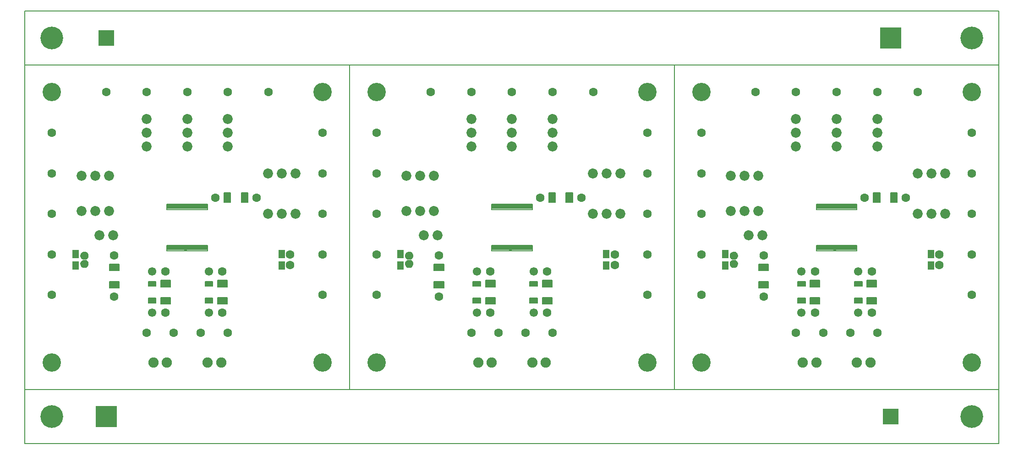
<source format=gbr>
G04 CAM350 V9.5.1 (Build 211) Date:  Fri Sep 21 11:09:19 2018 *
G04 Database: E:\9ÔÂ\9.21\PB18689\PB18689.cam *
G04 Layer 1: GTS *
%FSLAX33Y33*%
%MOMM*%
%SFA1.000B1.000*%

%MIA0B0*%
%IPPOS*%
%ADD11C,0.20000*%
%ADD14C,1.40000*%
%ADD23C,1.60000*%
%ADD24C,1.90000*%
%ADD25C,3.40000*%
%ADD26C,1.55000*%
%ADD27C,1.85000*%
%ADD28R,1.30000X1.50000*%
%ADD29R,0.55000X1.20000*%
%ADD30C,4.20000*%
%ADD32R,3.00000X3.00000*%
%ADD34R,4.00000X4.00000*%
%ADD37R,4.00000X4.00000*%
%ADD40R,3.00000X3.00000*%
%LNGTS*%
%LPD*%
G54D23*
X47900Y80400D03*
X30400Y65400D03*
X47900Y35900D03*
X52900D03*
X62900Y80400D03*
X80400Y65400D03*
X62900Y35900D03*
X57900D03*
X51400Y47210D03*
Y39590D03*
X61900Y47210D03*
Y39590D03*
X41900Y50210D03*
Y42590D03*
X74400Y50400D03*
Y48400D03*
X68210Y60900D03*
X60590D03*
X80400Y72900D03*
X70400Y80400D03*
X30400Y57900D03*
X80400D03*
X55400Y80400D03*
X30400Y50400D03*
X80400D03*
X40400Y80400D03*
X30400Y72900D03*
Y42900D03*
X80400D03*
X51400Y47210D03*
Y39590D03*
X61900Y47210D03*
Y39590D03*
X41900Y50210D03*
Y42590D03*
X68210Y60900D03*
X60590D03*
G54D14*
X36400Y50150D03*
Y48650D03*
Y50150D03*
Y48650D03*
G54D24*
X59150Y30400D03*
X61650D03*
X49150D03*
X51650D03*
G54D25*
X30400D03*
Y80400D03*
X80400D03*
Y30400D03*
G54D26*
X48900Y39590D03*
Y47210D03*
X59400Y39590D03*
Y47210D03*
X48900Y39590D03*
Y47210D03*
X59400Y39590D03*
Y47210D03*
G54D27*
X39130Y53900D03*
X41670D03*
X47900Y75440D03*
Y72900D03*
Y70360D03*
X35860Y64900D03*
X38400D03*
X40940D03*
X62900Y75440D03*
Y72900D03*
Y70360D03*
X75440Y65400D03*
X72900D03*
X70360D03*
X35860Y58400D03*
X38400D03*
X40940D03*
X75440Y57900D03*
X72900D03*
X70360D03*
X55400Y75440D03*
Y72900D03*
Y70360D03*
G54D28*
X34800Y50450D03*
Y48350D03*
X72850Y50450D03*
Y48350D03*
G54D29*
X55075Y51590D03*
G54D23*
X107900Y80400D03*
X90400Y65400D03*
X107900Y35900D03*
X112900D03*
X122900Y80400D03*
X140400Y65400D03*
X122900Y35900D03*
X117900D03*
X111400Y47210D03*
Y39590D03*
X121900Y47210D03*
Y39590D03*
X101900Y50210D03*
Y42590D03*
X134400Y50400D03*
Y48400D03*
X128210Y60900D03*
X120590D03*
X140400Y72900D03*
X130400Y80400D03*
X90400Y57900D03*
X140400D03*
X115400Y80400D03*
X90400Y50400D03*
X140400D03*
X100400Y80400D03*
X90400Y72900D03*
Y42900D03*
X140400D03*
X111400Y47210D03*
Y39590D03*
X121900Y47210D03*
Y39590D03*
X101900Y50210D03*
Y42590D03*
X128210Y60900D03*
X120590D03*
G54D14*
X96400Y50150D03*
Y48650D03*
Y50150D03*
Y48650D03*
G54D24*
X119150Y30400D03*
X121650D03*
X109150D03*
X111650D03*
G54D25*
X90400D03*
Y80400D03*
X140400D03*
Y30400D03*
G54D26*
X108900Y39590D03*
Y47210D03*
X119400Y39590D03*
Y47210D03*
X108900Y39590D03*
Y47210D03*
X119400Y39590D03*
Y47210D03*
G54D27*
X99130Y53900D03*
X101670D03*
X107900Y75440D03*
Y72900D03*
Y70360D03*
X95860Y64900D03*
X98400D03*
X100940D03*
X122900Y75440D03*
Y72900D03*
Y70360D03*
X135440Y65400D03*
X132900D03*
X130360D03*
X95860Y58400D03*
X98400D03*
X100940D03*
X135440Y57900D03*
X132900D03*
X130360D03*
X115400Y75440D03*
Y72900D03*
Y70360D03*
G54D28*
X94800Y50450D03*
Y48350D03*
X132850Y50450D03*
Y48350D03*
G54D29*
X115075Y51590D03*
G54D23*
X167900Y80400D03*
X150400Y65400D03*
X167900Y35900D03*
X172900D03*
X182900Y80400D03*
X200400Y65400D03*
X182900Y35900D03*
X177900D03*
X171400Y47210D03*
Y39590D03*
X181900Y47210D03*
Y39590D03*
X161900Y50210D03*
Y42590D03*
X194400Y50400D03*
Y48400D03*
X188210Y60900D03*
X180590D03*
X200400Y72900D03*
X190400Y80400D03*
X150400Y57900D03*
X200400D03*
X175400Y80400D03*
X150400Y50400D03*
X200400D03*
X160400Y80400D03*
X150400Y72900D03*
Y42900D03*
X200400D03*
X171400Y47210D03*
Y39590D03*
X181900Y47210D03*
Y39590D03*
X161900Y50210D03*
Y42590D03*
X188210Y60900D03*
X180590D03*
G54D14*
X156400Y50150D03*
Y48650D03*
Y50150D03*
Y48650D03*
G54D24*
X179150Y30400D03*
X181650D03*
X169150D03*
X171650D03*
G54D25*
X150400D03*
Y80400D03*
X200400D03*
Y30400D03*
G54D26*
X168900Y39590D03*
Y47210D03*
X179400Y39590D03*
Y47210D03*
X168900Y39590D03*
Y47210D03*
X179400Y39590D03*
Y47210D03*
G54D27*
X159130Y53900D03*
X161670D03*
X167900Y75440D03*
Y72900D03*
Y70360D03*
X155860Y64900D03*
X158400D03*
X160940D03*
X182900Y75440D03*
Y72900D03*
Y70360D03*
X195440Y65400D03*
X192900D03*
X190360D03*
X155860Y58400D03*
X158400D03*
X160940D03*
X195440Y57900D03*
X192900D03*
X190360D03*
X175400Y75440D03*
Y72900D03*
Y70360D03*
G54D28*
X154800Y50450D03*
Y48350D03*
X192850Y50450D03*
Y48350D03*
G54D29*
X175075Y51590D03*
G54D34*
X40400Y20400D03*
G54D30*
X30400D03*
G54D32*
X185400D03*
G54D30*
X200400D03*
G54D37*
X185400Y90400D03*
G54D30*
X200400D03*
G54D40*
X40400D03*
G54D30*
X30400D03*
G54D11*
X52300Y44400D02*
G01Y45600D01*
X50500*
Y44400*
X52300*
X50500D02*
G01Y45600D01*
X50600Y44400D02*
G01Y45600D01*
X50700Y44400D02*
G01Y45600D01*
X50800Y44400D02*
G01Y45600D01*
X50900Y44400D02*
G01Y45600D01*
X51000Y44400D02*
G01Y45600D01*
X51100Y44400D02*
G01Y45600D01*
X51200Y44400D02*
G01Y45600D01*
X51300Y44400D02*
G01Y45600D01*
X51400Y44400D02*
G01Y45600D01*
X51500Y44400D02*
G01Y45600D01*
X51600Y44400D02*
G01Y45600D01*
X51700Y44400D02*
G01Y45600D01*
X51800Y44400D02*
G01Y45600D01*
X51900Y44400D02*
G01Y45600D01*
X52000Y44400D02*
G01Y45600D01*
X52100Y44400D02*
G01Y45600D01*
X52200Y44400D02*
G01Y45600D01*
X52300Y41200D02*
G01Y42400D01*
X50500*
Y41200*
X52300*
X50500D02*
G01Y42400D01*
X50600Y41200D02*
G01Y42400D01*
X50700Y41200D02*
G01Y42400D01*
X50800Y41200D02*
G01Y42400D01*
X50900Y41200D02*
G01Y42400D01*
X51000Y41200D02*
G01Y42400D01*
X51100Y41200D02*
G01Y42400D01*
X51200Y41200D02*
G01Y42400D01*
X51300Y41200D02*
G01Y42400D01*
X51400Y41200D02*
G01Y42400D01*
X51500Y41200D02*
G01Y42400D01*
X51600Y41200D02*
G01Y42400D01*
X51700Y41200D02*
G01Y42400D01*
X51800Y41200D02*
G01Y42400D01*
X51900Y41200D02*
G01Y42400D01*
X52000Y41200D02*
G01Y42400D01*
X52100Y41200D02*
G01Y42400D01*
X52200Y41200D02*
G01Y42400D01*
X62800Y44400D02*
G01Y45600D01*
X61000*
Y44400*
X62800*
X61000D02*
G01Y45600D01*
X61100Y44400D02*
G01Y45600D01*
X61200Y44400D02*
G01Y45600D01*
X61300Y44400D02*
G01Y45600D01*
X61400Y44400D02*
G01Y45600D01*
X61500Y44400D02*
G01Y45600D01*
X61600Y44400D02*
G01Y45600D01*
X61700Y44400D02*
G01Y45600D01*
X61800Y44400D02*
G01Y45600D01*
X61900Y44400D02*
G01Y45600D01*
X62000Y44400D02*
G01Y45600D01*
X62100Y44400D02*
G01Y45600D01*
X62200Y44400D02*
G01Y45600D01*
X62300Y44400D02*
G01Y45600D01*
X62400Y44400D02*
G01Y45600D01*
X62500Y44400D02*
G01Y45600D01*
X62600Y44400D02*
G01Y45600D01*
X62700Y44400D02*
G01Y45600D01*
X62800Y41200D02*
G01Y42400D01*
X61000*
Y41200*
X62800*
X61000D02*
G01Y42400D01*
X61100Y41200D02*
G01Y42400D01*
X61200Y41200D02*
G01Y42400D01*
X61300Y41200D02*
G01Y42400D01*
X61400Y41200D02*
G01Y42400D01*
X61500Y41200D02*
G01Y42400D01*
X61600Y41200D02*
G01Y42400D01*
X61700Y41200D02*
G01Y42400D01*
X61800Y41200D02*
G01Y42400D01*
X61900Y41200D02*
G01Y42400D01*
X62000Y41200D02*
G01Y42400D01*
X62100Y41200D02*
G01Y42400D01*
X62200Y41200D02*
G01Y42400D01*
X62300Y41200D02*
G01Y42400D01*
X62400Y41200D02*
G01Y42400D01*
X62500Y41200D02*
G01Y42400D01*
X62600Y41200D02*
G01Y42400D01*
X62700Y41200D02*
G01Y42400D01*
X36709Y49550D02*
G01X36786Y49596D01*
X36856Y49652*
Y49652D02*
G01X36918Y49717D01*
Y49717D02*
G01X36971Y49790D01*
Y49790D02*
G01X37014Y49869D01*
Y49869D02*
G01X37046Y49953D01*
Y49953D02*
G01X37066Y50041D01*
Y50041D02*
G01X37075Y50131D01*
X37071Y50220*
Y50220D02*
G01X37056Y50309D01*
Y50309D02*
G01X37029Y50395D01*
X36991Y50476*
Y50476D02*
G01X36942Y50552D01*
Y50552D02*
G01X36884Y50621D01*
X36817Y50681*
Y50681D02*
G01X36743Y50732D01*
X36662Y50772*
Y50772D02*
G01X36577Y50802D01*
Y50802D02*
G01X36489Y50819D01*
Y50819D02*
G01X36400Y50825D01*
Y50825D02*
G01X36310Y50819D01*
Y50819D02*
G01X36222Y50802D01*
X36137Y50772*
Y50772D02*
G01X36056Y50732D01*
Y50732D02*
G01X35982Y50681D01*
X35915Y50621*
Y50621D02*
G01X35857Y50552D01*
Y50552D02*
G01X35808Y50476D01*
Y50476D02*
G01X35770Y50395D01*
Y50395D02*
G01X35743Y50309D01*
Y50309D02*
G01X35728Y50220D01*
Y50220D02*
G01X35724Y50131D01*
Y50131D02*
G01X35733Y50041D01*
X35753Y49953*
Y49953D02*
G01X35785Y49869D01*
Y49869D02*
G01X35828Y49790D01*
Y49790D02*
G01X35881Y49717D01*
Y49717D02*
G01X35943Y49652D01*
Y49652D02*
G01X36013Y49596D01*
Y49596D02*
G01X36090Y49550D01*
Y49550D02*
G01X36709D01*
X35800Y49843D02*
G01Y50458D01*
X35900Y49698D02*
G01Y50602D01*
X36000Y49607D02*
G01Y50693D01*
X36100Y49550D02*
G01Y50753D01*
X36200Y49550D02*
G01Y50794D01*
X36300Y49550D02*
G01Y50817D01*
X36400Y49550D02*
G01Y50825D01*
X36500Y49550D02*
G01Y50817D01*
X36600Y49550D02*
G01Y50794D01*
X36700Y49550D02*
G01Y50753D01*
X36800Y49607D02*
G01Y50693D01*
X36900Y49698D02*
G01Y50602D01*
X37000Y49843D02*
G01Y50458D01*
X36400Y47974D02*
G01X36489Y47980D01*
Y47980D02*
G01X36577Y47998D01*
Y47998D02*
G01X36662Y48027D01*
Y48027D02*
G01X36743Y48067D01*
Y48067D02*
G01X36817Y48118D01*
Y48118D02*
G01X36884Y48178D01*
Y48178D02*
G01X36942Y48247D01*
Y48247D02*
G01X36991Y48323D01*
X37029Y48404*
Y48404D02*
G01X37056Y48490D01*
X37071Y48579*
Y48579D02*
G01X37075Y48669D01*
X37066Y48758*
Y48758D02*
G01X37046Y48846D01*
X37014Y48930*
X36971Y49009*
Y49009D02*
G01X36918Y49082D01*
Y49082D02*
G01X36856Y49147D01*
Y49147D02*
G01X36786Y49203D01*
Y49203D02*
G01X36709Y49250D01*
X36090*
Y49250D02*
G01X36013Y49203D01*
Y49203D02*
G01X35943Y49147D01*
X35881Y49082*
X35828Y49009*
X35785Y48930*
Y48930D02*
G01X35753Y48846D01*
Y48846D02*
G01X35733Y48758D01*
Y48758D02*
G01X35724Y48669D01*
Y48669D02*
G01X35728Y48579D01*
X35743Y48490*
Y48490D02*
G01X35770Y48404D01*
Y48404D02*
G01X35808Y48323D01*
Y48323D02*
G01X35857Y48247D01*
X35915Y48178*
Y48178D02*
G01X35982Y48118D01*
Y48118D02*
G01X36056Y48067D01*
Y48067D02*
G01X36137Y48027D01*
X36222Y47998*
X36310Y47980*
X36400Y47974*
X35800Y48341D02*
G01Y48956D01*
X35900Y48197D02*
G01Y49101D01*
X36000Y48106D02*
G01Y49192D01*
X36100Y48046D02*
G01Y49250D01*
X36200Y48005D02*
G01Y49250D01*
X36300Y47982D02*
G01Y49250D01*
X36400Y47974D02*
G01Y49250D01*
X36500Y47982D02*
G01Y49250D01*
X36600Y48005D02*
G01Y49250D01*
X36700Y48046D02*
G01Y49250D01*
X36800Y48106D02*
G01Y49192D01*
X36900Y48197D02*
G01Y49101D01*
X37000Y48341D02*
G01Y48956D01*
X42800Y47400D02*
G01Y48600D01*
X41000*
Y47400*
X42800*
X41000D02*
G01Y48600D01*
X41100Y47400D02*
G01Y48600D01*
X41200Y47400D02*
G01Y48600D01*
X41300Y47400D02*
G01Y48600D01*
X41400Y47400D02*
G01Y48600D01*
X41500Y47400D02*
G01Y48600D01*
X41600Y47400D02*
G01Y48600D01*
X41700Y47400D02*
G01Y48600D01*
X41800Y47400D02*
G01Y48600D01*
X41900Y47400D02*
G01Y48600D01*
X42000Y47400D02*
G01Y48600D01*
X42100Y47400D02*
G01Y48600D01*
X42200Y47400D02*
G01Y48600D01*
X42300Y47400D02*
G01Y48600D01*
X42400Y47400D02*
G01Y48600D01*
X42500Y47400D02*
G01Y48600D01*
X42600Y47400D02*
G01Y48600D01*
X42700Y47400D02*
G01Y48600D01*
X42800Y44200D02*
G01Y45400D01*
X41000*
Y44200*
X42800*
X41000D02*
G01Y45400D01*
X41100Y44200D02*
G01Y45400D01*
X41200Y44200D02*
G01Y45400D01*
X41300Y44200D02*
G01Y45400D01*
X41400Y44200D02*
G01Y45400D01*
X41500Y44200D02*
G01Y45400D01*
X41600Y44200D02*
G01Y45400D01*
X41700Y44200D02*
G01Y45400D01*
X41800Y44200D02*
G01Y45400D01*
X41900Y44200D02*
G01Y45400D01*
X42000Y44200D02*
G01Y45400D01*
X42100Y44200D02*
G01Y45400D01*
X42200Y44200D02*
G01Y45400D01*
X42300Y44200D02*
G01Y45400D01*
X42400Y44200D02*
G01Y45400D01*
X42500Y44200D02*
G01Y45400D01*
X42600Y44200D02*
G01Y45400D01*
X42700Y44200D02*
G01Y45400D01*
X65400Y60000D02*
G01X66600D01*
Y61800*
X65400*
Y60000*
Y61800*
X65500Y60000D02*
G01Y61800D01*
X65600Y60000D02*
G01Y61800D01*
X65700Y60000D02*
G01Y61800D01*
X65800Y60000D02*
G01Y61800D01*
X65900Y60000D02*
G01Y61800D01*
X66000Y60000D02*
G01Y61800D01*
X66100Y60000D02*
G01Y61800D01*
X66200Y60000D02*
G01Y61800D01*
X66300Y60000D02*
G01Y61800D01*
X66400Y60000D02*
G01Y61800D01*
X66500Y60000D02*
G01Y61800D01*
X62200Y60000D02*
G01X63400D01*
Y61800*
X62200*
Y60000*
Y61800*
X62300Y60000D02*
G01Y61800D01*
X62400Y60000D02*
G01Y61800D01*
X62500Y60000D02*
G01Y61800D01*
X62600Y60000D02*
G01Y61800D01*
X62700Y60000D02*
G01Y61800D01*
X62800Y60000D02*
G01Y61800D01*
X62900Y60000D02*
G01Y61800D01*
X63000Y60000D02*
G01Y61800D01*
X63100Y60000D02*
G01Y61800D01*
X63200Y60000D02*
G01Y61800D01*
X63300Y60000D02*
G01Y61800D01*
X48200Y42300D02*
G01Y41400D01*
X49600*
Y42300*
X48200*
Y41400D02*
G01Y42300D01*
X48300Y41400D02*
G01Y42300D01*
X48400Y41400D02*
G01Y42300D01*
X48500Y41400D02*
G01Y42300D01*
X48600Y41400D02*
G01Y42300D01*
X48700Y41400D02*
G01Y42300D01*
X48800Y41400D02*
G01Y42300D01*
X48900Y41400D02*
G01Y42300D01*
X49000Y41400D02*
G01Y42300D01*
X49100Y41400D02*
G01Y42300D01*
X49200Y41400D02*
G01Y42300D01*
X49300Y41400D02*
G01Y42300D01*
X49400Y41400D02*
G01Y42300D01*
X49500Y41400D02*
G01Y42300D01*
X48200Y45400D02*
G01Y44500D01*
X49600*
Y45400*
X48200*
Y44500D02*
G01Y45400D01*
X48300Y44500D02*
G01Y45400D01*
X48400Y44500D02*
G01Y45400D01*
X48500Y44500D02*
G01Y45400D01*
X48600Y44500D02*
G01Y45400D01*
X48700Y44500D02*
G01Y45400D01*
X48800Y44500D02*
G01Y45400D01*
X48900Y44500D02*
G01Y45400D01*
X49000Y44500D02*
G01Y45400D01*
X49100Y44500D02*
G01Y45400D01*
X49200Y44500D02*
G01Y45400D01*
X49300Y44500D02*
G01Y45400D01*
X49400Y44500D02*
G01Y45400D01*
X49500Y44500D02*
G01Y45400D01*
X58700Y42300D02*
G01Y41400D01*
X60100*
Y42300*
X58700*
Y41400D02*
G01Y42300D01*
X58800Y41400D02*
G01Y42300D01*
X58900Y41400D02*
G01Y42300D01*
X59000Y41400D02*
G01Y42300D01*
X59100Y41400D02*
G01Y42300D01*
X59200Y41400D02*
G01Y42300D01*
X59300Y41400D02*
G01Y42300D01*
X59400Y41400D02*
G01Y42300D01*
X59500Y41400D02*
G01Y42300D01*
X59600Y41400D02*
G01Y42300D01*
X59700Y41400D02*
G01Y42300D01*
X59800Y41400D02*
G01Y42300D01*
X59900Y41400D02*
G01Y42300D01*
X60000Y41400D02*
G01Y42300D01*
X58700Y45400D02*
G01Y44500D01*
X60100*
Y45400*
X58700*
Y44500D02*
G01Y45400D01*
X58800Y44500D02*
G01Y45400D01*
X58900Y44500D02*
G01Y45400D01*
X59000Y44500D02*
G01Y45400D01*
X59100Y44500D02*
G01Y45400D01*
X59200Y44500D02*
G01Y45400D01*
X59300Y44500D02*
G01Y45400D01*
X59400Y44500D02*
G01Y45400D01*
X59500Y44500D02*
G01Y45400D01*
X59600Y44500D02*
G01Y45400D01*
X59700Y44500D02*
G01Y45400D01*
X59800Y44500D02*
G01Y45400D01*
X59900Y44500D02*
G01Y45400D01*
X60000Y44500D02*
G01Y45400D01*
X59150Y51090D02*
G01X51650D01*
Y52090*
X59150*
Y51090*
Y58710D02*
G01X51650D01*
Y59710*
X59150*
Y58710*
X51650Y51989D02*
G01X59150D01*
X51650Y51809D02*
G01X59150D01*
X51650Y51629D02*
G01X59150D01*
X51650Y51449D02*
G01X59150D01*
X51650Y51269D02*
G01X59150D01*
X51650Y59609D02*
G01X59150D01*
X51650Y59429D02*
G01X59150D01*
X51650Y59249D02*
G01X59150D01*
X51650Y59069D02*
G01X59150D01*
X51650Y58889D02*
G01X59150D01*
X112300Y44400D02*
G01Y45600D01*
X110500*
Y44400*
X112300*
X110500D02*
G01Y45600D01*
X110600Y44400D02*
G01Y45600D01*
X110700Y44400D02*
G01Y45600D01*
X110800Y44400D02*
G01Y45600D01*
X110900Y44400D02*
G01Y45600D01*
X111000Y44400D02*
G01Y45600D01*
X111100Y44400D02*
G01Y45600D01*
X111200Y44400D02*
G01Y45600D01*
X111300Y44400D02*
G01Y45600D01*
X111400Y44400D02*
G01Y45600D01*
X111500Y44400D02*
G01Y45600D01*
X111600Y44400D02*
G01Y45600D01*
X111700Y44400D02*
G01Y45600D01*
X111800Y44400D02*
G01Y45600D01*
X111900Y44400D02*
G01Y45600D01*
X112000Y44400D02*
G01Y45600D01*
X112100Y44400D02*
G01Y45600D01*
X112200Y44400D02*
G01Y45600D01*
X112300Y41200D02*
G01Y42400D01*
X110500*
Y41200*
X112300*
X110500D02*
G01Y42400D01*
X110600Y41200D02*
G01Y42400D01*
X110700Y41200D02*
G01Y42400D01*
X110800Y41200D02*
G01Y42400D01*
X110900Y41200D02*
G01Y42400D01*
X111000Y41200D02*
G01Y42400D01*
X111100Y41200D02*
G01Y42400D01*
X111200Y41200D02*
G01Y42400D01*
X111300Y41200D02*
G01Y42400D01*
X111400Y41200D02*
G01Y42400D01*
X111500Y41200D02*
G01Y42400D01*
X111600Y41200D02*
G01Y42400D01*
X111700Y41200D02*
G01Y42400D01*
X111800Y41200D02*
G01Y42400D01*
X111900Y41200D02*
G01Y42400D01*
X112000Y41200D02*
G01Y42400D01*
X112100Y41200D02*
G01Y42400D01*
X112200Y41200D02*
G01Y42400D01*
X122800Y44400D02*
G01Y45600D01*
X121000*
Y44400*
X122800*
X121000D02*
G01Y45600D01*
X121100Y44400D02*
G01Y45600D01*
X121200Y44400D02*
G01Y45600D01*
X121300Y44400D02*
G01Y45600D01*
X121400Y44400D02*
G01Y45600D01*
X121500Y44400D02*
G01Y45600D01*
X121600Y44400D02*
G01Y45600D01*
X121700Y44400D02*
G01Y45600D01*
X121800Y44400D02*
G01Y45600D01*
X121900Y44400D02*
G01Y45600D01*
X122000Y44400D02*
G01Y45600D01*
X122100Y44400D02*
G01Y45600D01*
X122200Y44400D02*
G01Y45600D01*
X122300Y44400D02*
G01Y45600D01*
X122400Y44400D02*
G01Y45600D01*
X122500Y44400D02*
G01Y45600D01*
X122600Y44400D02*
G01Y45600D01*
X122700Y44400D02*
G01Y45600D01*
X122800Y41200D02*
G01Y42400D01*
X121000*
Y41200*
X122800*
X121000D02*
G01Y42400D01*
X121100Y41200D02*
G01Y42400D01*
X121200Y41200D02*
G01Y42400D01*
X121300Y41200D02*
G01Y42400D01*
X121400Y41200D02*
G01Y42400D01*
X121500Y41200D02*
G01Y42400D01*
X121600Y41200D02*
G01Y42400D01*
X121700Y41200D02*
G01Y42400D01*
X121800Y41200D02*
G01Y42400D01*
X121900Y41200D02*
G01Y42400D01*
X122000Y41200D02*
G01Y42400D01*
X122100Y41200D02*
G01Y42400D01*
X122200Y41200D02*
G01Y42400D01*
X122300Y41200D02*
G01Y42400D01*
X122400Y41200D02*
G01Y42400D01*
X122500Y41200D02*
G01Y42400D01*
X122600Y41200D02*
G01Y42400D01*
X122700Y41200D02*
G01Y42400D01*
X96709Y49550D02*
G01X96786Y49596D01*
X96856Y49652*
Y49652D02*
G01X96918Y49717D01*
Y49717D02*
G01X96971Y49790D01*
Y49790D02*
G01X97014Y49869D01*
Y49869D02*
G01X97046Y49953D01*
Y49953D02*
G01X97066Y50041D01*
Y50041D02*
G01X97075Y50131D01*
X97071Y50220*
Y50220D02*
G01X97056Y50309D01*
Y50309D02*
G01X97029Y50395D01*
X96991Y50476*
Y50476D02*
G01X96942Y50552D01*
Y50552D02*
G01X96884Y50621D01*
X96817Y50681*
Y50681D02*
G01X96743Y50732D01*
X96662Y50772*
Y50772D02*
G01X96577Y50802D01*
Y50802D02*
G01X96489Y50819D01*
Y50819D02*
G01X96400Y50825D01*
Y50825D02*
G01X96310Y50819D01*
Y50819D02*
G01X96222Y50802D01*
X96137Y50772*
Y50772D02*
G01X96056Y50732D01*
Y50732D02*
G01X95982Y50681D01*
X95915Y50621*
Y50621D02*
G01X95857Y50552D01*
Y50552D02*
G01X95808Y50476D01*
Y50476D02*
G01X95770Y50395D01*
Y50395D02*
G01X95743Y50309D01*
Y50309D02*
G01X95728Y50220D01*
Y50220D02*
G01X95724Y50131D01*
Y50131D02*
G01X95733Y50041D01*
X95753Y49953*
Y49953D02*
G01X95785Y49869D01*
Y49869D02*
G01X95828Y49790D01*
Y49790D02*
G01X95881Y49717D01*
Y49717D02*
G01X95943Y49652D01*
Y49652D02*
G01X96013Y49596D01*
Y49596D02*
G01X96090Y49550D01*
Y49550D02*
G01X96709D01*
X95800Y49843D02*
G01Y50458D01*
X95900Y49698D02*
G01Y50602D01*
X96000Y49607D02*
G01Y50693D01*
X96100Y49550D02*
G01Y50753D01*
X96200Y49550D02*
G01Y50794D01*
X96300Y49550D02*
G01Y50817D01*
X96400Y49550D02*
G01Y50825D01*
X96500Y49550D02*
G01Y50817D01*
X96600Y49550D02*
G01Y50794D01*
X96700Y49550D02*
G01Y50753D01*
X96800Y49607D02*
G01Y50693D01*
X96900Y49698D02*
G01Y50602D01*
X97000Y49843D02*
G01Y50458D01*
X96400Y47974D02*
G01X96489Y47980D01*
Y47980D02*
G01X96577Y47998D01*
Y47998D02*
G01X96662Y48027D01*
Y48027D02*
G01X96743Y48067D01*
Y48067D02*
G01X96817Y48118D01*
Y48118D02*
G01X96884Y48178D01*
Y48178D02*
G01X96942Y48247D01*
Y48247D02*
G01X96991Y48323D01*
X97029Y48404*
Y48404D02*
G01X97056Y48490D01*
X97071Y48579*
Y48579D02*
G01X97075Y48669D01*
X97066Y48758*
Y48758D02*
G01X97046Y48846D01*
X97014Y48930*
X96971Y49009*
Y49009D02*
G01X96918Y49082D01*
Y49082D02*
G01X96856Y49147D01*
Y49147D02*
G01X96786Y49203D01*
Y49203D02*
G01X96709Y49250D01*
X96090*
Y49250D02*
G01X96013Y49203D01*
Y49203D02*
G01X95943Y49147D01*
X95881Y49082*
X95828Y49009*
X95785Y48930*
Y48930D02*
G01X95753Y48846D01*
Y48846D02*
G01X95733Y48758D01*
Y48758D02*
G01X95724Y48669D01*
Y48669D02*
G01X95728Y48579D01*
X95743Y48490*
Y48490D02*
G01X95770Y48404D01*
Y48404D02*
G01X95808Y48323D01*
Y48323D02*
G01X95857Y48247D01*
X95915Y48178*
Y48178D02*
G01X95982Y48118D01*
Y48118D02*
G01X96056Y48067D01*
Y48067D02*
G01X96137Y48027D01*
X96222Y47998*
X96310Y47980*
X96400Y47974*
X95800Y48341D02*
G01Y48956D01*
X95900Y48197D02*
G01Y49101D01*
X96000Y48106D02*
G01Y49192D01*
X96100Y48046D02*
G01Y49250D01*
X96200Y48005D02*
G01Y49250D01*
X96300Y47982D02*
G01Y49250D01*
X96400Y47974D02*
G01Y49250D01*
X96500Y47982D02*
G01Y49250D01*
X96600Y48005D02*
G01Y49250D01*
X96700Y48046D02*
G01Y49250D01*
X96800Y48106D02*
G01Y49192D01*
X96900Y48197D02*
G01Y49101D01*
X97000Y48341D02*
G01Y48956D01*
X102800Y47400D02*
G01Y48600D01*
X101000*
Y47400*
X102800*
X101000D02*
G01Y48600D01*
X101100Y47400D02*
G01Y48600D01*
X101200Y47400D02*
G01Y48600D01*
X101300Y47400D02*
G01Y48600D01*
X101400Y47400D02*
G01Y48600D01*
X101500Y47400D02*
G01Y48600D01*
X101600Y47400D02*
G01Y48600D01*
X101700Y47400D02*
G01Y48600D01*
X101800Y47400D02*
G01Y48600D01*
X101900Y47400D02*
G01Y48600D01*
X102000Y47400D02*
G01Y48600D01*
X102100Y47400D02*
G01Y48600D01*
X102200Y47400D02*
G01Y48600D01*
X102300Y47400D02*
G01Y48600D01*
X102400Y47400D02*
G01Y48600D01*
X102500Y47400D02*
G01Y48600D01*
X102600Y47400D02*
G01Y48600D01*
X102700Y47400D02*
G01Y48600D01*
X102800Y44200D02*
G01Y45400D01*
X101000*
Y44200*
X102800*
X101000D02*
G01Y45400D01*
X101100Y44200D02*
G01Y45400D01*
X101200Y44200D02*
G01Y45400D01*
X101300Y44200D02*
G01Y45400D01*
X101400Y44200D02*
G01Y45400D01*
X101500Y44200D02*
G01Y45400D01*
X101600Y44200D02*
G01Y45400D01*
X101700Y44200D02*
G01Y45400D01*
X101800Y44200D02*
G01Y45400D01*
X101900Y44200D02*
G01Y45400D01*
X102000Y44200D02*
G01Y45400D01*
X102100Y44200D02*
G01Y45400D01*
X102200Y44200D02*
G01Y45400D01*
X102300Y44200D02*
G01Y45400D01*
X102400Y44200D02*
G01Y45400D01*
X102500Y44200D02*
G01Y45400D01*
X102600Y44200D02*
G01Y45400D01*
X102700Y44200D02*
G01Y45400D01*
X125400Y60000D02*
G01X126600D01*
Y61800*
X125400*
Y60000*
Y61800*
X125500Y60000D02*
G01Y61800D01*
X125600Y60000D02*
G01Y61800D01*
X125700Y60000D02*
G01Y61800D01*
X125800Y60000D02*
G01Y61800D01*
X125900Y60000D02*
G01Y61800D01*
X126000Y60000D02*
G01Y61800D01*
X126100Y60000D02*
G01Y61800D01*
X126200Y60000D02*
G01Y61800D01*
X126300Y60000D02*
G01Y61800D01*
X126400Y60000D02*
G01Y61800D01*
X126500Y60000D02*
G01Y61800D01*
X122200Y60000D02*
G01X123400D01*
Y61800*
X122200*
Y60000*
Y61800*
X122300Y60000D02*
G01Y61800D01*
X122400Y60000D02*
G01Y61800D01*
X122500Y60000D02*
G01Y61800D01*
X122600Y60000D02*
G01Y61800D01*
X122700Y60000D02*
G01Y61800D01*
X122800Y60000D02*
G01Y61800D01*
X122900Y60000D02*
G01Y61800D01*
X123000Y60000D02*
G01Y61800D01*
X123100Y60000D02*
G01Y61800D01*
X123200Y60000D02*
G01Y61800D01*
X123300Y60000D02*
G01Y61800D01*
X108200Y42300D02*
G01Y41400D01*
X109600*
Y42300*
X108200*
Y41400D02*
G01Y42300D01*
X108300Y41400D02*
G01Y42300D01*
X108400Y41400D02*
G01Y42300D01*
X108500Y41400D02*
G01Y42300D01*
X108600Y41400D02*
G01Y42300D01*
X108700Y41400D02*
G01Y42300D01*
X108800Y41400D02*
G01Y42300D01*
X108900Y41400D02*
G01Y42300D01*
X109000Y41400D02*
G01Y42300D01*
X109100Y41400D02*
G01Y42300D01*
X109200Y41400D02*
G01Y42300D01*
X109300Y41400D02*
G01Y42300D01*
X109400Y41400D02*
G01Y42300D01*
X109500Y41400D02*
G01Y42300D01*
X108200Y45400D02*
G01Y44500D01*
X109600*
Y45400*
X108200*
Y44500D02*
G01Y45400D01*
X108300Y44500D02*
G01Y45400D01*
X108400Y44500D02*
G01Y45400D01*
X108500Y44500D02*
G01Y45400D01*
X108600Y44500D02*
G01Y45400D01*
X108700Y44500D02*
G01Y45400D01*
X108800Y44500D02*
G01Y45400D01*
X108900Y44500D02*
G01Y45400D01*
X109000Y44500D02*
G01Y45400D01*
X109100Y44500D02*
G01Y45400D01*
X109200Y44500D02*
G01Y45400D01*
X109300Y44500D02*
G01Y45400D01*
X109400Y44500D02*
G01Y45400D01*
X109500Y44500D02*
G01Y45400D01*
X118700Y42300D02*
G01Y41400D01*
X120100*
Y42300*
X118700*
Y41400D02*
G01Y42300D01*
X118800Y41400D02*
G01Y42300D01*
X118900Y41400D02*
G01Y42300D01*
X119000Y41400D02*
G01Y42300D01*
X119100Y41400D02*
G01Y42300D01*
X119200Y41400D02*
G01Y42300D01*
X119300Y41400D02*
G01Y42300D01*
X119400Y41400D02*
G01Y42300D01*
X119500Y41400D02*
G01Y42300D01*
X119600Y41400D02*
G01Y42300D01*
X119700Y41400D02*
G01Y42300D01*
X119800Y41400D02*
G01Y42300D01*
X119900Y41400D02*
G01Y42300D01*
X120000Y41400D02*
G01Y42300D01*
X118700Y45400D02*
G01Y44500D01*
X120100*
Y45400*
X118700*
Y44500D02*
G01Y45400D01*
X118800Y44500D02*
G01Y45400D01*
X118900Y44500D02*
G01Y45400D01*
X119000Y44500D02*
G01Y45400D01*
X119100Y44500D02*
G01Y45400D01*
X119200Y44500D02*
G01Y45400D01*
X119300Y44500D02*
G01Y45400D01*
X119400Y44500D02*
G01Y45400D01*
X119500Y44500D02*
G01Y45400D01*
X119600Y44500D02*
G01Y45400D01*
X119700Y44500D02*
G01Y45400D01*
X119800Y44500D02*
G01Y45400D01*
X119900Y44500D02*
G01Y45400D01*
X120000Y44500D02*
G01Y45400D01*
X119150Y51090D02*
G01X111650D01*
Y52090*
X119150*
Y51090*
Y58710D02*
G01X111650D01*
Y59710*
X119150*
Y58710*
X111650Y51989D02*
G01X119150D01*
X111650Y51809D02*
G01X119150D01*
X111650Y51629D02*
G01X119150D01*
X111650Y51449D02*
G01X119150D01*
X111650Y51269D02*
G01X119150D01*
X111650Y59609D02*
G01X119150D01*
X111650Y59429D02*
G01X119150D01*
X111650Y59249D02*
G01X119150D01*
X111650Y59069D02*
G01X119150D01*
X111650Y58889D02*
G01X119150D01*
X172300Y44400D02*
G01Y45600D01*
X170500*
Y44400*
X172300*
X170500D02*
G01Y45600D01*
X170600Y44400D02*
G01Y45600D01*
X170700Y44400D02*
G01Y45600D01*
X170800Y44400D02*
G01Y45600D01*
X170900Y44400D02*
G01Y45600D01*
X171000Y44400D02*
G01Y45600D01*
X171100Y44400D02*
G01Y45600D01*
X171200Y44400D02*
G01Y45600D01*
X171300Y44400D02*
G01Y45600D01*
X171400Y44400D02*
G01Y45600D01*
X171500Y44400D02*
G01Y45600D01*
X171600Y44400D02*
G01Y45600D01*
X171700Y44400D02*
G01Y45600D01*
X171800Y44400D02*
G01Y45600D01*
X171900Y44400D02*
G01Y45600D01*
X172000Y44400D02*
G01Y45600D01*
X172100Y44400D02*
G01Y45600D01*
X172200Y44400D02*
G01Y45600D01*
X172300Y41200D02*
G01Y42400D01*
X170500*
Y41200*
X172300*
X170500D02*
G01Y42400D01*
X170600Y41200D02*
G01Y42400D01*
X170700Y41200D02*
G01Y42400D01*
X170800Y41200D02*
G01Y42400D01*
X170900Y41200D02*
G01Y42400D01*
X171000Y41200D02*
G01Y42400D01*
X171100Y41200D02*
G01Y42400D01*
X171200Y41200D02*
G01Y42400D01*
X171300Y41200D02*
G01Y42400D01*
X171400Y41200D02*
G01Y42400D01*
X171500Y41200D02*
G01Y42400D01*
X171600Y41200D02*
G01Y42400D01*
X171700Y41200D02*
G01Y42400D01*
X171800Y41200D02*
G01Y42400D01*
X171900Y41200D02*
G01Y42400D01*
X172000Y41200D02*
G01Y42400D01*
X172100Y41200D02*
G01Y42400D01*
X172200Y41200D02*
G01Y42400D01*
X182800Y44400D02*
G01Y45600D01*
X181000*
Y44400*
X182800*
X181000D02*
G01Y45600D01*
X181100Y44400D02*
G01Y45600D01*
X181200Y44400D02*
G01Y45600D01*
X181300Y44400D02*
G01Y45600D01*
X181400Y44400D02*
G01Y45600D01*
X181500Y44400D02*
G01Y45600D01*
X181600Y44400D02*
G01Y45600D01*
X181700Y44400D02*
G01Y45600D01*
X181800Y44400D02*
G01Y45600D01*
X181900Y44400D02*
G01Y45600D01*
X182000Y44400D02*
G01Y45600D01*
X182100Y44400D02*
G01Y45600D01*
X182200Y44400D02*
G01Y45600D01*
X182300Y44400D02*
G01Y45600D01*
X182400Y44400D02*
G01Y45600D01*
X182500Y44400D02*
G01Y45600D01*
X182600Y44400D02*
G01Y45600D01*
X182700Y44400D02*
G01Y45600D01*
X182800Y41200D02*
G01Y42400D01*
X181000*
Y41200*
X182800*
X181000D02*
G01Y42400D01*
X181100Y41200D02*
G01Y42400D01*
X181200Y41200D02*
G01Y42400D01*
X181300Y41200D02*
G01Y42400D01*
X181400Y41200D02*
G01Y42400D01*
X181500Y41200D02*
G01Y42400D01*
X181600Y41200D02*
G01Y42400D01*
X181700Y41200D02*
G01Y42400D01*
X181800Y41200D02*
G01Y42400D01*
X181900Y41200D02*
G01Y42400D01*
X182000Y41200D02*
G01Y42400D01*
X182100Y41200D02*
G01Y42400D01*
X182200Y41200D02*
G01Y42400D01*
X182300Y41200D02*
G01Y42400D01*
X182400Y41200D02*
G01Y42400D01*
X182500Y41200D02*
G01Y42400D01*
X182600Y41200D02*
G01Y42400D01*
X182700Y41200D02*
G01Y42400D01*
X156709Y49550D02*
G01X156786Y49596D01*
X156856Y49652*
Y49652D02*
G01X156918Y49717D01*
Y49717D02*
G01X156971Y49790D01*
Y49790D02*
G01X157014Y49869D01*
Y49869D02*
G01X157046Y49953D01*
Y49953D02*
G01X157066Y50041D01*
Y50041D02*
G01X157075Y50131D01*
X157071Y50220*
Y50220D02*
G01X157056Y50309D01*
Y50309D02*
G01X157029Y50395D01*
X156991Y50476*
Y50476D02*
G01X156942Y50552D01*
Y50552D02*
G01X156884Y50621D01*
X156817Y50681*
Y50681D02*
G01X156743Y50732D01*
X156662Y50772*
Y50772D02*
G01X156577Y50802D01*
Y50802D02*
G01X156489Y50819D01*
Y50819D02*
G01X156400Y50825D01*
Y50825D02*
G01X156310Y50819D01*
Y50819D02*
G01X156222Y50802D01*
X156137Y50772*
Y50772D02*
G01X156056Y50732D01*
Y50732D02*
G01X155982Y50681D01*
X155915Y50621*
Y50621D02*
G01X155857Y50552D01*
Y50552D02*
G01X155808Y50476D01*
Y50476D02*
G01X155770Y50395D01*
Y50395D02*
G01X155743Y50309D01*
Y50309D02*
G01X155728Y50220D01*
Y50220D02*
G01X155724Y50131D01*
Y50131D02*
G01X155733Y50041D01*
X155753Y49953*
Y49953D02*
G01X155785Y49869D01*
Y49869D02*
G01X155828Y49790D01*
Y49790D02*
G01X155881Y49717D01*
Y49717D02*
G01X155943Y49652D01*
Y49652D02*
G01X156013Y49596D01*
Y49596D02*
G01X156090Y49550D01*
Y49550D02*
G01X156709D01*
X155800Y49843D02*
G01Y50458D01*
X155900Y49698D02*
G01Y50602D01*
X156000Y49607D02*
G01Y50693D01*
X156100Y49550D02*
G01Y50753D01*
X156200Y49550D02*
G01Y50794D01*
X156300Y49550D02*
G01Y50817D01*
X156400Y49550D02*
G01Y50825D01*
X156500Y49550D02*
G01Y50817D01*
X156600Y49550D02*
G01Y50794D01*
X156700Y49550D02*
G01Y50753D01*
X156800Y49607D02*
G01Y50693D01*
X156900Y49698D02*
G01Y50602D01*
X157000Y49843D02*
G01Y50458D01*
X156400Y47974D02*
G01X156489Y47980D01*
Y47980D02*
G01X156577Y47998D01*
Y47998D02*
G01X156662Y48027D01*
Y48027D02*
G01X156743Y48067D01*
Y48067D02*
G01X156817Y48118D01*
Y48118D02*
G01X156884Y48178D01*
Y48178D02*
G01X156942Y48247D01*
Y48247D02*
G01X156991Y48323D01*
X157029Y48404*
Y48404D02*
G01X157056Y48490D01*
X157071Y48579*
Y48579D02*
G01X157075Y48669D01*
X157066Y48758*
Y48758D02*
G01X157046Y48846D01*
X157014Y48930*
X156971Y49009*
Y49009D02*
G01X156918Y49082D01*
Y49082D02*
G01X156856Y49147D01*
Y49147D02*
G01X156786Y49203D01*
Y49203D02*
G01X156709Y49250D01*
X156090*
Y49250D02*
G01X156013Y49203D01*
Y49203D02*
G01X155943Y49147D01*
X155881Y49082*
X155828Y49009*
X155785Y48930*
Y48930D02*
G01X155753Y48846D01*
Y48846D02*
G01X155733Y48758D01*
Y48758D02*
G01X155724Y48669D01*
Y48669D02*
G01X155728Y48579D01*
X155743Y48490*
Y48490D02*
G01X155770Y48404D01*
Y48404D02*
G01X155808Y48323D01*
Y48323D02*
G01X155857Y48247D01*
X155915Y48178*
Y48178D02*
G01X155982Y48118D01*
Y48118D02*
G01X156056Y48067D01*
Y48067D02*
G01X156137Y48027D01*
X156222Y47998*
X156310Y47980*
X156400Y47974*
X155800Y48341D02*
G01Y48956D01*
X155900Y48197D02*
G01Y49101D01*
X156000Y48106D02*
G01Y49192D01*
X156100Y48046D02*
G01Y49250D01*
X156200Y48005D02*
G01Y49250D01*
X156300Y47982D02*
G01Y49250D01*
X156400Y47974D02*
G01Y49250D01*
X156500Y47982D02*
G01Y49250D01*
X156600Y48005D02*
G01Y49250D01*
X156700Y48046D02*
G01Y49250D01*
X156800Y48106D02*
G01Y49192D01*
X156900Y48197D02*
G01Y49101D01*
X157000Y48341D02*
G01Y48956D01*
X162800Y47400D02*
G01Y48600D01*
X161000*
Y47400*
X162800*
X161000D02*
G01Y48600D01*
X161100Y47400D02*
G01Y48600D01*
X161200Y47400D02*
G01Y48600D01*
X161300Y47400D02*
G01Y48600D01*
X161400Y47400D02*
G01Y48600D01*
X161500Y47400D02*
G01Y48600D01*
X161600Y47400D02*
G01Y48600D01*
X161700Y47400D02*
G01Y48600D01*
X161800Y47400D02*
G01Y48600D01*
X161900Y47400D02*
G01Y48600D01*
X162000Y47400D02*
G01Y48600D01*
X162100Y47400D02*
G01Y48600D01*
X162200Y47400D02*
G01Y48600D01*
X162300Y47400D02*
G01Y48600D01*
X162400Y47400D02*
G01Y48600D01*
X162500Y47400D02*
G01Y48600D01*
X162600Y47400D02*
G01Y48600D01*
X162700Y47400D02*
G01Y48600D01*
X162800Y44200D02*
G01Y45400D01*
X161000*
Y44200*
X162800*
X161000D02*
G01Y45400D01*
X161100Y44200D02*
G01Y45400D01*
X161200Y44200D02*
G01Y45400D01*
X161300Y44200D02*
G01Y45400D01*
X161400Y44200D02*
G01Y45400D01*
X161500Y44200D02*
G01Y45400D01*
X161600Y44200D02*
G01Y45400D01*
X161700Y44200D02*
G01Y45400D01*
X161800Y44200D02*
G01Y45400D01*
X161900Y44200D02*
G01Y45400D01*
X162000Y44200D02*
G01Y45400D01*
X162100Y44200D02*
G01Y45400D01*
X162200Y44200D02*
G01Y45400D01*
X162300Y44200D02*
G01Y45400D01*
X162400Y44200D02*
G01Y45400D01*
X162500Y44200D02*
G01Y45400D01*
X162600Y44200D02*
G01Y45400D01*
X162700Y44200D02*
G01Y45400D01*
X185400Y60000D02*
G01X186600D01*
Y61800*
X185400*
Y60000*
Y61800*
X185500Y60000D02*
G01Y61800D01*
X185600Y60000D02*
G01Y61800D01*
X185700Y60000D02*
G01Y61800D01*
X185800Y60000D02*
G01Y61800D01*
X185900Y60000D02*
G01Y61800D01*
X186000Y60000D02*
G01Y61800D01*
X186100Y60000D02*
G01Y61800D01*
X186200Y60000D02*
G01Y61800D01*
X186300Y60000D02*
G01Y61800D01*
X186400Y60000D02*
G01Y61800D01*
X186500Y60000D02*
G01Y61800D01*
X182200Y60000D02*
G01X183400D01*
Y61800*
X182200*
Y60000*
Y61800*
X182300Y60000D02*
G01Y61800D01*
X182400Y60000D02*
G01Y61800D01*
X182500Y60000D02*
G01Y61800D01*
X182600Y60000D02*
G01Y61800D01*
X182700Y60000D02*
G01Y61800D01*
X182800Y60000D02*
G01Y61800D01*
X182900Y60000D02*
G01Y61800D01*
X183000Y60000D02*
G01Y61800D01*
X183100Y60000D02*
G01Y61800D01*
X183200Y60000D02*
G01Y61800D01*
X183300Y60000D02*
G01Y61800D01*
X168200Y42300D02*
G01Y41400D01*
X169600*
Y42300*
X168200*
Y41400D02*
G01Y42300D01*
X168300Y41400D02*
G01Y42300D01*
X168400Y41400D02*
G01Y42300D01*
X168500Y41400D02*
G01Y42300D01*
X168600Y41400D02*
G01Y42300D01*
X168700Y41400D02*
G01Y42300D01*
X168800Y41400D02*
G01Y42300D01*
X168900Y41400D02*
G01Y42300D01*
X169000Y41400D02*
G01Y42300D01*
X169100Y41400D02*
G01Y42300D01*
X169200Y41400D02*
G01Y42300D01*
X169300Y41400D02*
G01Y42300D01*
X169400Y41400D02*
G01Y42300D01*
X169500Y41400D02*
G01Y42300D01*
X168200Y45400D02*
G01Y44500D01*
X169600*
Y45400*
X168200*
Y44500D02*
G01Y45400D01*
X168300Y44500D02*
G01Y45400D01*
X168400Y44500D02*
G01Y45400D01*
X168500Y44500D02*
G01Y45400D01*
X168600Y44500D02*
G01Y45400D01*
X168700Y44500D02*
G01Y45400D01*
X168800Y44500D02*
G01Y45400D01*
X168900Y44500D02*
G01Y45400D01*
X169000Y44500D02*
G01Y45400D01*
X169100Y44500D02*
G01Y45400D01*
X169200Y44500D02*
G01Y45400D01*
X169300Y44500D02*
G01Y45400D01*
X169400Y44500D02*
G01Y45400D01*
X169500Y44500D02*
G01Y45400D01*
X178700Y42300D02*
G01Y41400D01*
X180100*
Y42300*
X178700*
Y41400D02*
G01Y42300D01*
X178800Y41400D02*
G01Y42300D01*
X178900Y41400D02*
G01Y42300D01*
X179000Y41400D02*
G01Y42300D01*
X179100Y41400D02*
G01Y42300D01*
X179200Y41400D02*
G01Y42300D01*
X179300Y41400D02*
G01Y42300D01*
X179400Y41400D02*
G01Y42300D01*
X179500Y41400D02*
G01Y42300D01*
X179600Y41400D02*
G01Y42300D01*
X179700Y41400D02*
G01Y42300D01*
X179800Y41400D02*
G01Y42300D01*
X179900Y41400D02*
G01Y42300D01*
X180000Y41400D02*
G01Y42300D01*
X178700Y45400D02*
G01Y44500D01*
X180100*
Y45400*
X178700*
Y44500D02*
G01Y45400D01*
X178800Y44500D02*
G01Y45400D01*
X178900Y44500D02*
G01Y45400D01*
X179000Y44500D02*
G01Y45400D01*
X179100Y44500D02*
G01Y45400D01*
X179200Y44500D02*
G01Y45400D01*
X179300Y44500D02*
G01Y45400D01*
X179400Y44500D02*
G01Y45400D01*
X179500Y44500D02*
G01Y45400D01*
X179600Y44500D02*
G01Y45400D01*
X179700Y44500D02*
G01Y45400D01*
X179800Y44500D02*
G01Y45400D01*
X179900Y44500D02*
G01Y45400D01*
X180000Y44500D02*
G01Y45400D01*
X179150Y51090D02*
G01X171650D01*
Y52090*
X179150*
Y51090*
Y58710D02*
G01X171650D01*
Y59710*
X179150*
Y58710*
X171650Y51989D02*
G01X179150D01*
X171650Y51809D02*
G01X179150D01*
X171650Y51629D02*
G01X179150D01*
X171650Y51449D02*
G01X179150D01*
X171650Y51269D02*
G01X179150D01*
X171650Y59609D02*
G01X179150D01*
X171650Y59429D02*
G01X179150D01*
X171650Y59249D02*
G01X179150D01*
X171650Y59069D02*
G01X179150D01*
X171650Y58889D02*
G01X179150D01*
X25400Y25400D02*
G01X85400D01*
Y85400*
X25400*
Y25400*
X85400D02*
G01X145400D01*
Y85400*
X85400*
Y25400*
X145400D02*
G01X205400D01*
Y85400*
X145400*
Y25400*
X25400D02*
G01X205400D01*
Y15400*
X25400*
Y25400*
X205400Y85400D02*
G01X25400D01*
Y95400*
X205400*
Y85400*
M02*

</source>
